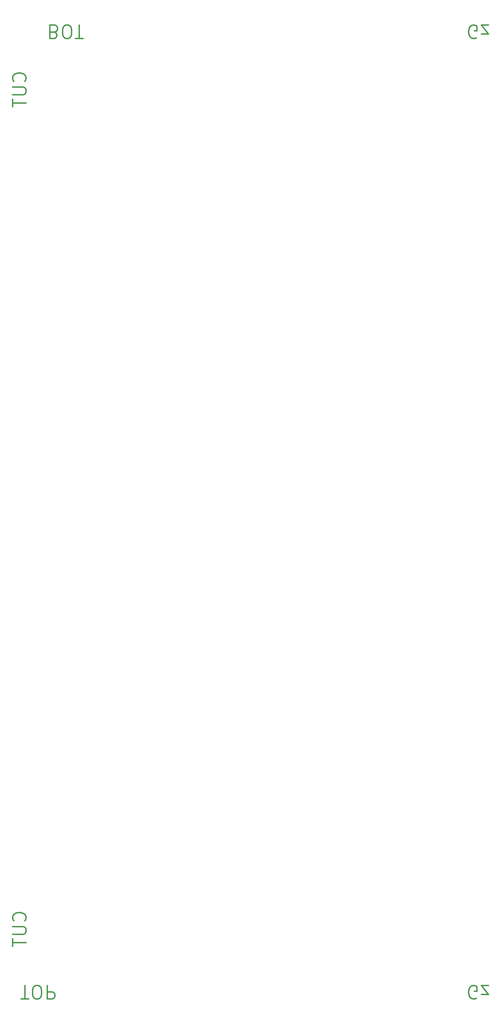
<source format=gbr>
%TF.GenerationSoftware,KiCad,Pcbnew,7.0.1-3b83917a11~172~ubuntu22.04.1*%
%TF.CreationDate,2023-12-10T16:36:06-05:00*%
%TF.ProjectId,coil_template_first,636f696c-5f74-4656-9d70-6c6174655f66,rev?*%
%TF.SameCoordinates,Original*%
%TF.FileFunction,Legend,Bot*%
%TF.FilePolarity,Positive*%
%FSLAX46Y46*%
G04 Gerber Fmt 4.6, Leading zero omitted, Abs format (unit mm)*
G04 Created by KiCad (PCBNEW 7.0.1-3b83917a11~172~ubuntu22.04.1) date 2023-12-10 16:36:06*
%MOMM*%
%LPD*%
G01*
G04 APERTURE LIST*
%ADD10C,2.000000*%
G04 APERTURE END LIST*
D10*
X715238095Y-51495238D02*
X713333333Y-52447619D01*
X713333333Y-52447619D02*
X710476190Y-52447619D01*
X710476190Y-52447619D02*
X707619047Y-51495238D01*
X707619047Y-51495238D02*
X705714285Y-49590476D01*
X705714285Y-49590476D02*
X704761904Y-47685714D01*
X704761904Y-47685714D02*
X703809523Y-43876190D01*
X703809523Y-43876190D02*
X703809523Y-41019047D01*
X703809523Y-41019047D02*
X704761904Y-37209523D01*
X704761904Y-37209523D02*
X705714285Y-35304761D01*
X705714285Y-35304761D02*
X707619047Y-33400000D01*
X707619047Y-33400000D02*
X710476190Y-32447619D01*
X710476190Y-32447619D02*
X712380952Y-32447619D01*
X712380952Y-32447619D02*
X715238095Y-33400000D01*
X715238095Y-33400000D02*
X716190476Y-34352380D01*
X716190476Y-34352380D02*
X716190476Y-41019047D01*
X716190476Y-41019047D02*
X712380952Y-41019047D01*
X722857142Y-45780952D02*
X733333333Y-45780952D01*
X733333333Y-45780952D02*
X722857142Y-32447619D01*
X722857142Y-32447619D02*
X733333333Y-32447619D01*
X42347619Y-116190476D02*
X43300000Y-115238095D01*
X43300000Y-115238095D02*
X44252380Y-112380952D01*
X44252380Y-112380952D02*
X44252380Y-110476190D01*
X44252380Y-110476190D02*
X43300000Y-107619047D01*
X43300000Y-107619047D02*
X41395238Y-105714285D01*
X41395238Y-105714285D02*
X39490476Y-104761904D01*
X39490476Y-104761904D02*
X35680952Y-103809523D01*
X35680952Y-103809523D02*
X32823809Y-103809523D01*
X32823809Y-103809523D02*
X29014285Y-104761904D01*
X29014285Y-104761904D02*
X27109523Y-105714285D01*
X27109523Y-105714285D02*
X25204761Y-107619047D01*
X25204761Y-107619047D02*
X24252380Y-110476190D01*
X24252380Y-110476190D02*
X24252380Y-112380952D01*
X24252380Y-112380952D02*
X25204761Y-115238095D01*
X25204761Y-115238095D02*
X26157142Y-116190476D01*
X24252380Y-124761904D02*
X40442857Y-124761904D01*
X40442857Y-124761904D02*
X42347619Y-125714285D01*
X42347619Y-125714285D02*
X43300000Y-126666666D01*
X43300000Y-126666666D02*
X44252380Y-128571428D01*
X44252380Y-128571428D02*
X44252380Y-132380952D01*
X44252380Y-132380952D02*
X43300000Y-134285714D01*
X43300000Y-134285714D02*
X42347619Y-135238095D01*
X42347619Y-135238095D02*
X40442857Y-136190476D01*
X40442857Y-136190476D02*
X24252380Y-136190476D01*
X24252380Y-142857142D02*
X24252380Y-154285714D01*
X44252380Y-148571428D02*
X24252380Y-148571428D01*
X42347619Y-1366190476D02*
X43300000Y-1365238095D01*
X43300000Y-1365238095D02*
X44252380Y-1362380952D01*
X44252380Y-1362380952D02*
X44252380Y-1360476190D01*
X44252380Y-1360476190D02*
X43300000Y-1357619047D01*
X43300000Y-1357619047D02*
X41395238Y-1355714285D01*
X41395238Y-1355714285D02*
X39490476Y-1354761904D01*
X39490476Y-1354761904D02*
X35680952Y-1353809523D01*
X35680952Y-1353809523D02*
X32823809Y-1353809523D01*
X32823809Y-1353809523D02*
X29014285Y-1354761904D01*
X29014285Y-1354761904D02*
X27109523Y-1355714285D01*
X27109523Y-1355714285D02*
X25204761Y-1357619047D01*
X25204761Y-1357619047D02*
X24252380Y-1360476190D01*
X24252380Y-1360476190D02*
X24252380Y-1362380952D01*
X24252380Y-1362380952D02*
X25204761Y-1365238095D01*
X25204761Y-1365238095D02*
X26157142Y-1366190476D01*
X24252380Y-1374761904D02*
X40442857Y-1374761904D01*
X40442857Y-1374761904D02*
X42347619Y-1375714285D01*
X42347619Y-1375714285D02*
X43300000Y-1376666666D01*
X43300000Y-1376666666D02*
X44252380Y-1378571428D01*
X44252380Y-1378571428D02*
X44252380Y-1382380952D01*
X44252380Y-1382380952D02*
X43300000Y-1384285714D01*
X43300000Y-1384285714D02*
X42347619Y-1385238095D01*
X42347619Y-1385238095D02*
X40442857Y-1386190476D01*
X40442857Y-1386190476D02*
X24252380Y-1386190476D01*
X24252380Y-1392857142D02*
X24252380Y-1404285714D01*
X44252380Y-1398571428D02*
X24252380Y-1398571428D01*
X715238095Y-1481495238D02*
X713333333Y-1482447619D01*
X713333333Y-1482447619D02*
X710476190Y-1482447619D01*
X710476190Y-1482447619D02*
X707619047Y-1481495238D01*
X707619047Y-1481495238D02*
X705714285Y-1479590476D01*
X705714285Y-1479590476D02*
X704761904Y-1477685714D01*
X704761904Y-1477685714D02*
X703809523Y-1473876190D01*
X703809523Y-1473876190D02*
X703809523Y-1471019047D01*
X703809523Y-1471019047D02*
X704761904Y-1467209523D01*
X704761904Y-1467209523D02*
X705714285Y-1465304761D01*
X705714285Y-1465304761D02*
X707619047Y-1463400000D01*
X707619047Y-1463400000D02*
X710476190Y-1462447619D01*
X710476190Y-1462447619D02*
X712380952Y-1462447619D01*
X712380952Y-1462447619D02*
X715238095Y-1463400000D01*
X715238095Y-1463400000D02*
X716190476Y-1464352380D01*
X716190476Y-1464352380D02*
X716190476Y-1471019047D01*
X716190476Y-1471019047D02*
X712380952Y-1471019047D01*
X722857142Y-1475780952D02*
X733333333Y-1475780952D01*
X733333333Y-1475780952D02*
X722857142Y-1462447619D01*
X722857142Y-1462447619D02*
X733333333Y-1462447619D01*
X86428571Y-42923809D02*
X89285714Y-41971428D01*
X89285714Y-41971428D02*
X90238095Y-41019047D01*
X90238095Y-41019047D02*
X91190476Y-39114285D01*
X91190476Y-39114285D02*
X91190476Y-36257142D01*
X91190476Y-36257142D02*
X90238095Y-34352380D01*
X90238095Y-34352380D02*
X89285714Y-33400000D01*
X89285714Y-33400000D02*
X87380952Y-32447619D01*
X87380952Y-32447619D02*
X79761904Y-32447619D01*
X79761904Y-32447619D02*
X79761904Y-52447619D01*
X79761904Y-52447619D02*
X86428571Y-52447619D01*
X86428571Y-52447619D02*
X88333333Y-51495238D01*
X88333333Y-51495238D02*
X89285714Y-50542857D01*
X89285714Y-50542857D02*
X90238095Y-48638095D01*
X90238095Y-48638095D02*
X90238095Y-46733333D01*
X90238095Y-46733333D02*
X89285714Y-44828571D01*
X89285714Y-44828571D02*
X88333333Y-43876190D01*
X88333333Y-43876190D02*
X86428571Y-42923809D01*
X86428571Y-42923809D02*
X79761904Y-42923809D01*
X103571428Y-52447619D02*
X107380952Y-52447619D01*
X107380952Y-52447619D02*
X109285714Y-51495238D01*
X109285714Y-51495238D02*
X111190476Y-49590476D01*
X111190476Y-49590476D02*
X112142857Y-45780952D01*
X112142857Y-45780952D02*
X112142857Y-39114285D01*
X112142857Y-39114285D02*
X111190476Y-35304761D01*
X111190476Y-35304761D02*
X109285714Y-33400000D01*
X109285714Y-33400000D02*
X107380952Y-32447619D01*
X107380952Y-32447619D02*
X103571428Y-32447619D01*
X103571428Y-32447619D02*
X101666666Y-33400000D01*
X101666666Y-33400000D02*
X99761904Y-35304761D01*
X99761904Y-35304761D02*
X98809523Y-39114285D01*
X98809523Y-39114285D02*
X98809523Y-45780952D01*
X98809523Y-45780952D02*
X99761904Y-49590476D01*
X99761904Y-49590476D02*
X101666666Y-51495238D01*
X101666666Y-51495238D02*
X103571428Y-52447619D01*
X117857142Y-52447619D02*
X129285714Y-52447619D01*
X123571428Y-32447619D02*
X123571428Y-52447619D01*
X36904761Y-1482447619D02*
X48333333Y-1482447619D01*
X42619047Y-1462447619D02*
X42619047Y-1482447619D01*
X58809523Y-1482447619D02*
X62619047Y-1482447619D01*
X62619047Y-1482447619D02*
X64523809Y-1481495238D01*
X64523809Y-1481495238D02*
X66428571Y-1479590476D01*
X66428571Y-1479590476D02*
X67380952Y-1475780952D01*
X67380952Y-1475780952D02*
X67380952Y-1469114285D01*
X67380952Y-1469114285D02*
X66428571Y-1465304761D01*
X66428571Y-1465304761D02*
X64523809Y-1463400000D01*
X64523809Y-1463400000D02*
X62619047Y-1462447619D01*
X62619047Y-1462447619D02*
X58809523Y-1462447619D01*
X58809523Y-1462447619D02*
X56904761Y-1463400000D01*
X56904761Y-1463400000D02*
X54999999Y-1465304761D01*
X54999999Y-1465304761D02*
X54047618Y-1469114285D01*
X54047618Y-1469114285D02*
X54047618Y-1475780952D01*
X54047618Y-1475780952D02*
X54999999Y-1479590476D01*
X54999999Y-1479590476D02*
X56904761Y-1481495238D01*
X56904761Y-1481495238D02*
X58809523Y-1482447619D01*
X75952380Y-1462447619D02*
X75952380Y-1482447619D01*
X75952380Y-1482447619D02*
X83571428Y-1482447619D01*
X83571428Y-1482447619D02*
X85476190Y-1481495238D01*
X85476190Y-1481495238D02*
X86428571Y-1480542857D01*
X86428571Y-1480542857D02*
X87380952Y-1478638095D01*
X87380952Y-1478638095D02*
X87380952Y-1475780952D01*
X87380952Y-1475780952D02*
X86428571Y-1473876190D01*
X86428571Y-1473876190D02*
X85476190Y-1472923809D01*
X85476190Y-1472923809D02*
X83571428Y-1471971428D01*
X83571428Y-1471971428D02*
X75952380Y-1471971428D01*
M02*

</source>
